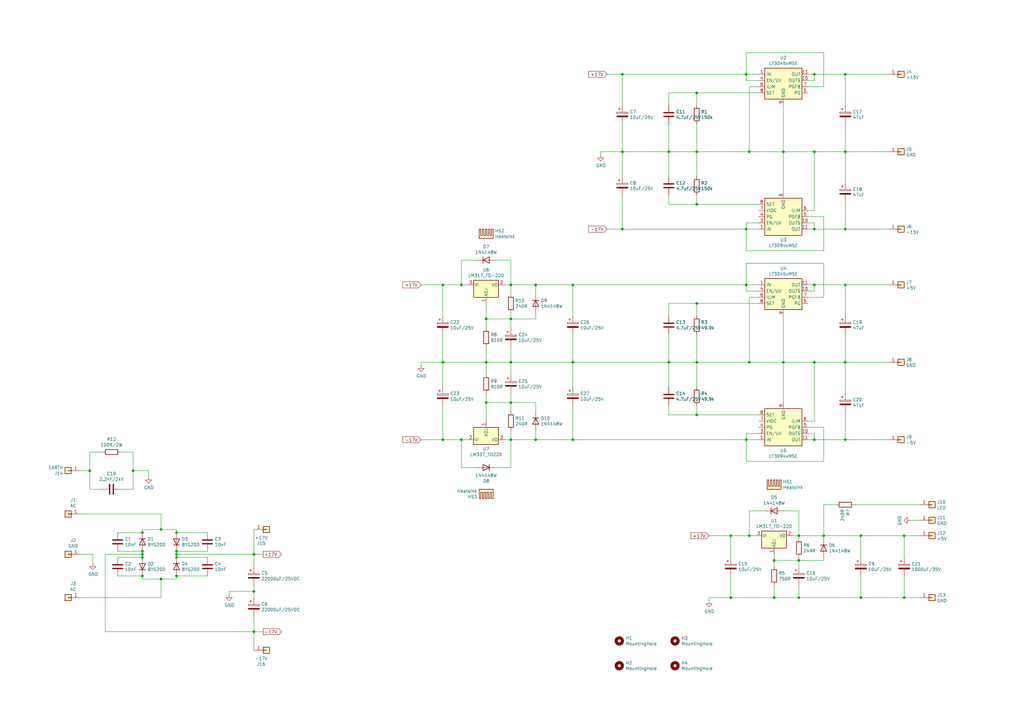
<source format=kicad_sch>
(kicad_sch (version 20211123) (generator eeschema)
  (paper "A3")
  (title_block (title "DAC Power Supply Unit") (date "2021-05-11") (rev "V2"))
  (junction (at 346.71 116.84))
  (junction (at 54.61 193.04))
  (junction (at 181.61 148.59))
  (junction (at 306.07 30.48))
  (junction (at 321.31 148.59))
  (junction (at 285.75 124.46))
  (junction (at 104.14 242.57))
  (junction (at 199.39 148.59))
  (junction (at 58.42 218.44))
  (junction (at 334.01 62.23))
  (junction (at 285.75 62.23))
  (junction (at 189.23 180.34))
  (junction (at 334.01 93.98))
  (junction (at 58.42 226.06))
  (junction (at 299.72 219.71))
  (junction (at 285.75 148.59))
  (junction (at 307.34 148.59))
  (junction (at 334.01 30.48))
  (junction (at 285.75 38.1))
  (junction (at 104.14 259.08))
  (junction (at 58.42 227.33))
  (junction (at 234.95 180.34))
  (junction (at 209.55 165.1))
  (junction (at 307.34 62.23))
  (junction (at 209.55 180.34))
  (junction (at 306.07 180.34))
  (junction (at 199.39 130.81))
  (junction (at 255.27 93.98))
  (junction (at 285.75 170.18))
  (junction (at 317.5 245.11))
  (junction (at 274.32 148.59))
  (junction (at 370.84 245.11))
  (junction (at 72.39 227.33))
  (junction (at 306.07 116.84))
  (junction (at 72.39 236.22))
  (junction (at 181.61 116.84))
  (junction (at 274.32 62.23))
  (junction (at 234.95 148.59))
  (junction (at 199.39 165.1))
  (junction (at 306.07 93.98))
  (junction (at 321.31 62.23))
  (junction (at 255.27 30.48))
  (junction (at 255.27 62.23))
  (junction (at 234.95 116.84))
  (junction (at 219.71 116.84))
  (junction (at 346.71 93.98))
  (junction (at 66.04 237.49))
  (junction (at 219.71 180.34))
  (junction (at 334.01 148.59))
  (junction (at 299.72 245.11))
  (junction (at 36.83 193.04))
  (junction (at 346.71 148.59))
  (junction (at 58.42 236.22))
  (junction (at 104.14 227.33))
  (junction (at 72.39 228.6))
  (junction (at 209.55 116.84))
  (junction (at 209.55 130.81))
  (junction (at 334.01 116.84))
  (junction (at 285.75 83.82))
  (junction (at 346.71 180.34))
  (junction (at 307.34 219.71))
  (junction (at 317.5 229.87))
  (junction (at 327.66 219.71))
  (junction (at 346.71 30.48))
  (junction (at 334.01 180.34))
  (junction (at 72.39 218.44))
  (junction (at 66.04 217.17))
  (junction (at 58.42 228.6))
  (junction (at 346.71 62.23))
  (junction (at 189.23 116.84))
  (junction (at 181.61 180.34))
  (junction (at 353.06 219.71))
  (junction (at 370.84 219.71))
  (junction (at 209.55 148.59))
  (junction (at 327.66 245.11))
  (junction (at 353.06 245.11))
  (junction (at 327.66 229.87))
  (junction (at 337.82 219.71))
  (junction (at 72.39 226.06))
  (wire (pts (xy 209.55 148.59) (xy 234.95 148.59)))
  (wire (pts (xy 199.39 161.29) (xy 199.39 165.1)))
  (wire (pts (xy 189.23 106.68) (xy 189.23 116.84)))
  (wire (pts (xy 172.72 180.34) (xy 181.61 180.34)))
  (wire (pts (xy 248.92 30.48) (xy 255.27 30.48)))
  (wire (pts (xy 327.66 229.87) (xy 327.66 232.41)))
  (wire (pts (xy 337.82 88.9) (xy 337.82 102.87)))
  (wire (pts (xy 346.71 93.98) (xy 364.49 93.98)))
  (wire (pts (xy 327.66 209.55) (xy 321.31 209.55)))
  (wire (pts (xy 307.34 219.71) (xy 309.88 219.71)))
  (wire (pts (xy 199.39 165.1) (xy 209.55 165.1)))
  (wire (pts (xy 306.07 33.02) (xy 306.07 30.48)))
  (wire (pts (xy 285.75 43.18) (xy 285.75 38.1)))
  (wire (pts (xy 334.01 116.84) (xy 331.47 116.84)))
  (wire (pts (xy 285.75 62.23) (xy 307.34 62.23)))
  (wire (pts (xy 325.12 219.71) (xy 327.66 219.71)))
  (wire (pts (xy 246.38 63.5) (xy 246.38 62.23)))
  (wire (pts (xy 317.5 232.41) (xy 317.5 229.87)))
  (wire (pts (xy 334.01 33.02) (xy 334.01 30.48)))
  (wire (pts (xy 313.69 209.55) (xy 307.34 209.55)))
  (wire (pts (xy 353.06 245.11) (xy 370.84 245.11)))
  (wire (pts (xy 307.34 121.92) (xy 307.34 148.59)))
  (wire (pts (xy 72.39 218.44) (xy 72.39 217.17)))
  (wire (pts (xy 33.02 210.82) (xy 66.04 210.82)))
  (wire (pts (xy 209.55 134.62) (xy 209.55 130.81)))
  (wire (pts (xy 181.61 180.34) (xy 189.23 180.34)))
  (wire (pts (xy 219.71 130.81) (xy 209.55 130.81)))
  (wire (pts (xy 331.47 86.36) (xy 334.01 86.36)))
  (wire (pts (xy 285.75 124.46) (xy 311.15 124.46)))
  (wire (pts (xy 285.75 38.1) (xy 311.15 38.1)))
  (wire (pts (xy 306.07 21.59) (xy 306.07 30.48)))
  (wire (pts (xy 209.55 130.81) (xy 209.55 128.27)))
  (wire (pts (xy 255.27 30.48) (xy 255.27 43.18)))
  (wire (pts (xy 181.61 158.75) (xy 181.61 148.59)))
  (wire (pts (xy 58.42 227.33) (xy 43.18 227.33)))
  (wire (pts (xy 209.55 191.77) (xy 209.55 180.34)))
  (wire (pts (xy 311.15 177.8) (xy 306.07 177.8)))
  (wire (pts (xy 377.19 213.36) (xy 373.38 213.36)))
  (wire (pts (xy 334.01 93.98) (xy 346.71 93.98)))
  (wire (pts (xy 306.07 119.38) (xy 306.07 116.84)))
  (wire (pts (xy 172.72 116.84) (xy 181.61 116.84)))
  (wire (pts (xy 317.5 245.11) (xy 327.66 245.11)))
  (wire (pts (xy 66.04 210.82) (xy 66.04 217.17)))
  (wire (pts (xy 285.75 38.1) (xy 274.32 38.1)))
  (wire (pts (xy 181.61 166.37) (xy 181.61 180.34)))
  (wire (pts (xy 234.95 116.84) (xy 306.07 116.84)))
  (wire (pts (xy 346.71 82.55) (xy 346.71 93.98)))
  (wire (pts (xy 346.71 168.91) (xy 346.71 180.34)))
  (wire (pts (xy 72.39 226.06) (xy 85.09 226.06)))
  (wire (pts (xy 72.39 227.33) (xy 104.14 227.33)))
  (wire (pts (xy 331.47 180.34) (xy 334.01 180.34)))
  (wire (pts (xy 33.02 245.11) (xy 66.04 245.11)))
  (wire (pts (xy 317.5 245.11) (xy 317.5 240.03)))
  (wire (pts (xy 337.82 219.71) (xy 337.82 220.98)))
  (wire (pts (xy 209.55 180.34) (xy 219.71 180.34)))
  (wire (pts (xy 307.34 209.55) (xy 307.34 219.71)))
  (wire (pts (xy 285.75 148.59) (xy 307.34 148.59)))
  (wire (pts (xy 274.32 158.75) (xy 274.32 148.59)))
  (wire (pts (xy 353.06 228.6) (xy 353.06 219.71)))
  (wire (pts (xy 219.71 116.84) (xy 234.95 116.84)))
  (wire (pts (xy 104.14 252.73) (xy 104.14 259.08)))
  (wire (pts (xy 255.27 30.48) (xy 306.07 30.48)))
  (wire (pts (xy 285.75 129.54) (xy 285.75 124.46)))
  (wire (pts (xy 189.23 180.34) (xy 191.77 180.34)))
  (wire (pts (xy 36.83 185.42) (xy 41.91 185.42)))
  (wire (pts (xy 311.15 121.92) (xy 307.34 121.92)))
  (wire (pts (xy 48.26 228.6) (xy 58.42 228.6)))
  (wire (pts (xy 311.15 30.48) (xy 306.07 30.48)))
  (wire (pts (xy 85.09 218.44) (xy 72.39 218.44)))
  (wire (pts (xy 93.98 243.84) (xy 93.98 242.57)))
  (wire (pts (xy 317.5 229.87) (xy 327.66 229.87)))
  (wire (pts (xy 234.95 148.59) (xy 274.32 148.59)))
  (wire (pts (xy 189.23 116.84) (xy 191.77 116.84)))
  (wire (pts (xy 311.15 119.38) (xy 306.07 119.38)))
  (wire (pts (xy 306.07 102.87) (xy 306.07 93.98)))
  (wire (pts (xy 337.82 121.92) (xy 337.82 107.95)))
  (wire (pts (xy 104.14 232.41) (xy 104.14 227.33)))
  (wire (pts (xy 248.92 93.98) (xy 255.27 93.98)))
  (wire (pts (xy 299.72 245.11) (xy 299.72 236.22)))
  (wire (pts (xy 209.55 142.24) (xy 209.55 148.59)))
  (wire (pts (xy 285.75 50.8) (xy 285.75 62.23)))
  (wire (pts (xy 43.18 227.33) (xy 43.18 259.08)))
  (wire (pts (xy 299.72 219.71) (xy 307.34 219.71)))
  (wire (pts (xy 334.01 62.23) (xy 346.71 62.23)))
  (wire (pts (xy 337.82 228.6) (xy 337.82 229.87)))
  (wire (pts (xy 48.26 236.22) (xy 58.42 236.22)))
  (wire (pts (xy 337.82 207.01) (xy 342.9 207.01)))
  (wire (pts (xy 306.07 107.95) (xy 306.07 116.84)))
  (wire (pts (xy 327.66 228.6) (xy 327.66 229.87)))
  (wire (pts (xy 36.83 193.04) (xy 36.83 185.42)))
  (wire (pts (xy 331.47 119.38) (xy 334.01 119.38)))
  (wire (pts (xy 255.27 72.39) (xy 255.27 62.23)))
  (wire (pts (xy 307.34 35.56) (xy 307.34 62.23)))
  (wire (pts (xy 255.27 93.98) (xy 306.07 93.98)))
  (wire (pts (xy 207.01 180.34) (xy 209.55 180.34)))
  (wire (pts (xy 104.14 259.08) (xy 104.14 266.7)))
  (wire (pts (xy 334.01 180.34) (xy 346.71 180.34)))
  (wire (pts (xy 33.02 193.04) (xy 36.83 193.04)))
  (wire (pts (xy 285.75 148.59) (xy 274.32 148.59)))
  (wire (pts (xy 255.27 80.01) (xy 255.27 93.98)))
  (wire (pts (xy 199.39 124.46) (xy 199.39 130.81)))
  (wire (pts (xy 58.42 227.33) (xy 58.42 226.06)))
  (wire (pts (xy 219.71 128.27) (xy 219.71 130.81)))
  (wire (pts (xy 306.07 189.23) (xy 306.07 180.34)))
  (wire (pts (xy 321.31 129.54) (xy 321.31 148.59)))
  (wire (pts (xy 370.84 236.22) (xy 370.84 245.11)))
  (wire (pts (xy 285.75 170.18) (xy 311.15 170.18)))
  (wire (pts (xy 274.32 38.1) (xy 274.32 43.18)))
  (wire (pts (xy 72.39 228.6) (xy 72.39 227.33)))
  (wire (pts (xy 346.71 180.34) (xy 364.49 180.34)))
  (wire (pts (xy 60.96 195.58) (xy 60.96 193.04)))
  (wire (pts (xy 274.32 50.8) (xy 274.32 62.23)))
  (wire (pts (xy 377.19 245.11) (xy 370.84 245.11)))
  (wire (pts (xy 317.5 229.87) (xy 317.5 227.33)))
  (wire (pts (xy 285.75 166.37) (xy 285.75 170.18)))
  (wire (pts (xy 331.47 91.44) (xy 334.01 91.44)))
  (wire (pts (xy 54.61 185.42) (xy 49.53 185.42)))
  (wire (pts (xy 274.32 72.39) (xy 274.32 62.23)))
  (wire (pts (xy 285.75 62.23) (xy 274.32 62.23)))
  (wire (pts (xy 207.01 116.84) (xy 209.55 116.84)))
  (wire (pts (xy 337.82 219.71) (xy 337.82 207.01)))
  (wire (pts (xy 172.72 149.86) (xy 172.72 148.59)))
  (wire (pts (xy 337.82 35.56) (xy 337.82 21.59)))
  (wire (pts (xy 104.14 242.57) (xy 104.14 240.03)))
  (wire (pts (xy 195.58 191.77) (xy 189.23 191.77)))
  (wire (pts (xy 199.39 172.72) (xy 199.39 165.1)))
  (wire (pts (xy 307.34 148.59) (xy 321.31 148.59)))
  (wire (pts (xy 321.31 62.23) (xy 334.01 62.23)))
  (wire (pts (xy 364.49 148.59) (xy 346.71 148.59)))
  (wire (pts (xy 72.39 237.49) (xy 72.39 236.22)))
  (wire (pts (xy 306.07 93.98) (xy 311.15 93.98)))
  (wire (pts (xy 274.32 80.01) (xy 274.32 83.82)))
  (wire (pts (xy 353.06 236.22) (xy 353.06 245.11)))
  (wire (pts (xy 66.04 217.17) (xy 58.42 217.17)))
  (wire (pts (xy 346.71 30.48) (xy 334.01 30.48)))
  (wire (pts (xy 274.32 137.16) (xy 274.32 148.59)))
  (wire (pts (xy 219.71 165.1) (xy 219.71 168.91)))
  (wire (pts (xy 337.82 229.87) (xy 327.66 229.87)))
  (wire (pts (xy 331.47 121.92) (xy 337.82 121.92)))
  (wire (pts (xy 337.82 219.71) (xy 353.06 219.71)))
  (wire (pts (xy 290.83 245.11) (xy 299.72 245.11)))
  (wire (pts (xy 255.27 62.23) (xy 255.27 50.8)))
  (wire (pts (xy 49.53 200.66) (xy 54.61 200.66)))
  (wire (pts (xy 327.66 219.71) (xy 327.66 209.55)))
  (wire (pts (xy 195.58 106.68) (xy 189.23 106.68)))
  (wire (pts (xy 331.47 93.98) (xy 334.01 93.98)))
  (wire (pts (xy 337.82 189.23) (xy 306.07 189.23)))
  (wire (pts (xy 350.52 207.01) (xy 377.19 207.01)))
  (wire (pts (xy 346.71 116.84) (xy 346.71 129.54)))
  (wire (pts (xy 364.49 62.23) (xy 346.71 62.23)))
  (wire (pts (xy 285.75 158.75) (xy 285.75 148.59)))
  (wire (pts (xy 334.01 177.8) (xy 334.01 180.34)))
  (wire (pts (xy 85.09 236.22) (xy 72.39 236.22)))
  (wire (pts (xy 72.39 227.33) (xy 72.39 226.06)))
  (wire (pts (xy 327.66 245.11) (xy 327.66 240.03)))
  (wire (pts (xy 327.66 245.11) (xy 353.06 245.11)))
  (wire (pts (xy 181.61 148.59) (xy 199.39 148.59)))
  (wire (pts (xy 321.31 78.74) (xy 321.31 62.23)))
  (wire (pts (xy 290.83 246.38) (xy 290.83 245.11)))
  (wire (pts (xy 331.47 35.56) (xy 337.82 35.56)))
  (wire (pts (xy 199.39 148.59) (xy 209.55 148.59)))
  (wire (pts (xy 38.1 231.14) (xy 38.1 227.33)))
  (wire (pts (xy 290.83 219.71) (xy 299.72 219.71)))
  (wire (pts (xy 246.38 62.23) (xy 255.27 62.23)))
  (wire (pts (xy 346.71 116.84) (xy 334.01 116.84)))
  (wire (pts (xy 346.71 161.29) (xy 346.71 148.59)))
  (wire (pts (xy 274.32 124.46) (xy 274.32 129.54)))
  (wire (pts (xy 346.71 74.93) (xy 346.71 62.23)))
  (wire (pts (xy 331.47 177.8) (xy 334.01 177.8)))
  (wire (pts (xy 337.82 175.26) (xy 337.82 189.23)))
  (wire (pts (xy 346.71 62.23) (xy 346.71 50.8)))
  (wire (pts (xy 58.42 228.6) (xy 58.42 227.33)))
  (wire (pts (xy 209.55 168.91) (xy 209.55 165.1)))
  (wire (pts (xy 285.75 83.82) (xy 274.32 83.82)))
  (wire (pts (xy 38.1 227.33) (xy 33.02 227.33)))
  (wire (pts (xy 203.2 191.77) (xy 209.55 191.77)))
  (wire (pts (xy 299.72 245.11) (xy 317.5 245.11)))
  (wire (pts (xy 285.75 83.82) (xy 311.15 83.82)))
  (wire (pts (xy 255.27 62.23) (xy 274.32 62.23)))
  (wire (pts (xy 54.61 193.04) (xy 54.61 185.42)))
  (wire (pts (xy 306.07 180.34) (xy 311.15 180.34)))
  (wire (pts (xy 285.75 170.18) (xy 274.32 170.18)))
  (wire (pts (xy 334.01 119.38) (xy 334.01 116.84)))
  (wire (pts (xy 209.55 180.34) (xy 209.55 176.53)))
  (wire (pts (xy 107.95 227.33) (xy 104.14 227.33)))
  (wire (pts (xy 58.42 218.44) (xy 48.26 218.44)))
  (wire (pts (xy 321.31 43.18) (xy 321.31 62.23)))
  (wire (pts (xy 181.61 116.84) (xy 181.61 129.54)))
  (wire (pts (xy 181.61 116.84) (xy 189.23 116.84)))
  (wire (pts (xy 285.75 124.46) (xy 274.32 124.46)))
  (wire (pts (xy 346.71 30.48) (xy 346.71 43.18)))
  (wire (pts (xy 274.32 166.37) (xy 274.32 170.18)))
  (wire (pts (xy 199.39 130.81) (xy 199.39 134.62)))
  (wire (pts (xy 107.95 259.08) (xy 104.14 259.08)))
  (wire (pts (xy 209.55 165.1) (xy 209.55 161.29)))
  (wire (pts (xy 337.82 102.87) (xy 306.07 102.87)))
  (wire (pts (xy 234.95 137.16) (xy 234.95 148.59)))
  (wire (pts (xy 43.18 259.08) (xy 104.14 259.08)))
  (wire (pts (xy 234.95 148.59) (xy 234.95 158.75)))
  (wire (pts (xy 370.84 228.6) (xy 370.84 219.71)))
  (wire (pts (xy 327.66 220.98) (xy 327.66 219.71)))
  (wire (pts (xy 104.14 245.11) (xy 104.14 242.57)))
  (wire (pts (xy 209.55 165.1) (xy 219.71 165.1)))
  (wire (pts (xy 209.55 116.84) (xy 219.71 116.84)))
  (wire (pts (xy 209.55 106.68) (xy 203.2 106.68)))
  (wire (pts (xy 66.04 245.11) (xy 66.04 237.49)))
  (wire (pts (xy 209.55 116.84) (xy 209.55 120.65)))
  (wire (pts (xy 58.42 226.06) (xy 48.26 226.06)))
  (wire (pts (xy 66.04 237.49) (xy 72.39 237.49)))
  (wire (pts (xy 321.31 148.59) (xy 334.01 148.59)))
  (wire (pts (xy 209.55 116.84) (xy 209.55 106.68)))
  (wire (pts (xy 346.71 148.59) (xy 346.71 137.16)))
  (wire (pts (xy 353.06 219.71) (xy 370.84 219.71)))
  (wire (pts (xy 285.75 72.39) (xy 285.75 62.23)))
  (wire (pts (xy 93.98 242.57) (xy 104.14 242.57)))
  (wire (pts (xy 219.71 180.34) (xy 234.95 180.34)))
  (wire (pts (xy 199.39 142.24) (xy 199.39 148.59)))
  (wire (pts (xy 85.09 228.6) (xy 72.39 228.6)))
  (wire (pts (xy 306.07 91.44) (xy 306.07 93.98)))
  (wire (pts (xy 331.47 172.72) (xy 334.01 172.72)))
  (wire (pts (xy 219.71 116.84) (xy 219.71 120.65)))
  (wire (pts (xy 311.15 91.44) (xy 306.07 91.44)))
  (wire (pts (xy 364.49 116.84) (xy 346.71 116.84)))
  (wire (pts (xy 58.42 237.49) (xy 66.04 237.49)))
  (wire (pts (xy 36.83 200.66) (xy 36.83 193.04)))
  (wire (pts (xy 209.55 148.59) (xy 209.55 153.67)))
  (wire (pts (xy 234.95 180.34) (xy 306.07 180.34)))
  (wire (pts (xy 219.71 176.53) (xy 219.71 180.34)))
  (wire (pts (xy 334.01 86.36) (xy 334.01 62.23)))
  (wire (pts (xy 334.01 91.44) (xy 334.01 93.98)))
  (wire (pts (xy 234.95 129.54) (xy 234.95 116.84)))
  (wire (pts (xy 199.39 148.59) (xy 199.39 153.67)))
  (wire (pts (xy 189.23 191.77) (xy 189.23 180.34)))
  (wire (pts (xy 172.72 148.59) (xy 181.61 148.59)))
  (wire (pts (xy 337.82 107.95) (xy 306.07 107.95)))
  (wire (pts (xy 60.96 193.04) (xy 54.61 193.04)))
  (wire (pts (xy 311.15 116.84) (xy 306.07 116.84)))
  (wire (pts (xy 58.42 236.22) (xy 58.42 237.49)))
  (wire (pts (xy 41.91 200.66) (xy 36.83 200.66)))
  (wire (pts (xy 337.82 21.59) (xy 306.07 21.59)))
  (wire (pts (xy 334.01 172.72) (xy 334.01 148.59)))
  (wire (pts (xy 285.75 137.16) (xy 285.75 148.59)))
  (wire (pts (xy 311.15 35.56) (xy 307.34 35.56)))
  (wire (pts (xy 299.72 228.6) (xy 299.72 219.71)))
  (wire (pts (xy 311.15 33.02) (xy 306.07 33.02)))
  (wire (pts (xy 234.95 166.37) (xy 234.95 180.34)))
  (wire (pts (xy 307.34 62.23) (xy 321.31 62.23)))
  (wire (pts (xy 334.01 30.48) (xy 331.47 30.48)))
  (wire (pts (xy 334.01 148.59) (xy 346.71 148.59)))
  (wire (pts (xy 331.47 88.9) (xy 337.82 88.9)))
  (wire (pts (xy 72.39 217.17) (xy 66.04 217.17)))
  (wire (pts (xy 181.61 137.16) (xy 181.61 148.59)))
  (wire (pts (xy 327.66 219.71) (xy 337.82 219.71)))
  (wire (pts (xy 209.55 130.81) (xy 199.39 130.81)))
  (wire (pts (xy 54.61 200.66) (xy 54.61 193.04)))
  (wire (pts (xy 306.07 177.8) (xy 306.07 180.34)))
  (wire (pts (xy 58.42 217.17) (xy 58.42 218.44)))
  (wire (pts (xy 364.49 30.48) (xy 346.71 30.48)))
  (wire (pts (xy 331.47 175.26) (xy 337.82 175.26)))
  (wire (pts (xy 104.14 217.17) (xy 104.14 227.33)))
  (wire (pts (xy 285.75 80.01) (xy 285.75 83.82)))
  (wire (pts (xy 370.84 219.71) (xy 377.19 219.71)))
  (wire (pts (xy 321.31 165.1) (xy 321.31 148.59)))
  (wire (pts (xy 331.47 33.02) (xy 334.01 33.02)))
  (global_label "+17V" (shape input) (at 172.72 116.84 180) (property "Intersheet References" "${INTERSHEET_REFS}" (effects hide)))
  (global_label "-17V" (shape input) (at 172.72 180.34 180) (property "Intersheet References" "${INTERSHEET_REFS}" (effects hide)))
  (global_label "-17V" (shape output) (at 107.95 259.08 0) (property "Intersheet References" "${INTERSHEET_REFS}" (effects hide)))
  (global_label "+17V" (shape input) (at 290.83 219.71 180) (property "Intersheet References" "${INTERSHEET_REFS}" (effects hide)))
  (global_label "+17V" (shape output) (at 107.95 227.33 0) (property "Intersheet References" "${INTERSHEET_REFS}" (effects hide)))
  (global_label "+17V" (shape input) (at 248.92 30.48 180) (property "Intersheet References" "${INTERSHEET_REFS}" (effects hide)))
  (global_label "-17V" (shape input) (at 248.92 93.98 180) (property "Intersheet References" "${INTERSHEET_REFS}" (effects hide)))
  (symbol (lib_id "Device:CP") (at 104.14 236.22 0) (unit 1)
    (property "Reference" "C5" (at 107.1372 235.0516 0) (effects (justify left)))
    (property "Value" "22000uF/25VDC" (at 107.1372 237.363 0) (effects (justify left)))
    (property "Footprint" "Capacitor_THT:CP_Radial_D35.0mm_P10.00mm_SnapIn" (effects hide))
    (property "Datasheet" "https://www.nichicon.co.jp/english/products/pdfs/e-lgy.pdf" (effects hide))
    (property "manf#" "LGY1E223MELB45" (effects hide))
  )
  (symbol (lib_id "Regulator_Linear:LM317_TO-220") (at 199.39 116.84 0) (unit 1)
    (property "Reference" "U6" (at 199.39 110.6932 0))
    (property "Value" "LM317_TO-220" (at 199.39 113.0046 0))
    (property "Footprint" "Package_TO_SOT_THT:TO-220-3_Vertical" (effects hide))
    (property "Datasheet" "http://www.ti.com/lit/ds/symlink/lm317.pdf" (effects hide))
    (property "manf#" "LM317T" (effects hide))
  )
  (symbol (lib_id "Device:R") (at 199.39 138.43 0) (unit 1)
    (property "Reference" "R8" (at 201.168 137.2616 0) (effects (justify left)))
    (property "Value" "910R" (at 201.168 139.573 0) (effects (justify left)))
    (property "Footprint" "Resistor_SMD:R_0603_1608Metric_Pad0.98x0.95mm_HandSolder" (effects hide))
    (property "Datasheet" "https://www.yageo.com/upload/media/product/productsearch/datasheet/rchip/PYu-RT_1-to-0.01_RoHS_L_12.pdf" (effects hide))
    (property "manf#" "RT0603FRE07910RL" (effects hide))
  )
  (symbol (lib_id "Device:R") (at 209.55 124.46 0) (unit 1)
    (property "Reference" "R10" (at 211.328 123.2916 0) (effects (justify left)))
    (property "Value" "240R" (at 211.328 125.603 0) (effects (justify left)))
    (property "Footprint" "Resistor_SMD:R_0603_1608Metric_Pad0.98x0.95mm_HandSolder" (effects hide))
    (property "Datasheet" "https://www.yageo.com/upload/media/product/productsearch/datasheet/rchip/PYu-RT_1-to-0.01_RoHS_L_12.pdf" (effects hide))
    (property "manf#" "RT0603FRE07240RL" (effects hide))
  )
  (symbol (lib_id "Diode:1N4007") (at 199.39 106.68 0) (unit 1)
    (property "Reference" "D7" (at 199.39 101.1682 0))
    (property "Value" "1N4148W" (at 199.39 103.4796 0))
    (property "Footprint" "Diode_SMD:D_SOD-123" (effects hide))
    (property "Datasheet" "https://www.diodes.com/assets/Datasheets/ds30086.pdf" (effects hide))
    (property "manf#" "1N4148W-7-F" (effects hide))
  )
  (symbol (lib_id "Diode:1N4007") (at 219.71 124.46 270) (unit 1)
    (property "Reference" "D9" (at 221.742 123.2916 90) (effects (justify left)))
    (property "Value" "1N4148W" (at 221.742 125.603 90) (effects (justify left)))
    (property "Footprint" "Diode_SMD:D_SOD-123" (effects hide))
    (property "Datasheet" "https://www.diodes.com/assets/Datasheets/ds30086.pdf" (effects hide))
    (property "manf#" "1N4148W-7-F" (effects hide))
  )
  (symbol (lib_id "Mechanical:Heatsink") (at 199.39 97.79 0) (unit 1)
    (property "Reference" "HS2" (at 202.9968 94.7166 0) (effects (justify left)))
    (property "Value" "Heatsink" (at 202.9968 97.028 0) (effects (justify left)))
    (property "Footprint" "Heatsink:Heatsink_Fischer_SK104-STC-STIC_35x13mm_2xDrill2.5mm" (effects hide))
    (property "Datasheet" "https://media.digikey.com/pdf/Data%20Sheets/Wakefield%20Thermal%20PDFs/634%20Heat%20Sinks.pdf" (effects hide))
    (property "manf#" "637-15ABPE" (effects hide))
  )
  (symbol (lib_id "Device:CP") (at 181.61 133.35 0) (unit 1)
    (property "Reference" "C22" (at 184.6072 132.1816 0) (effects (justify left)))
    (property "Value" "10uF/25V" (at 184.6072 134.493 0) (effects (justify left)))
    (property "Footprint" "Capacitor_Tantalum_SMD:CP_EIA-3528-21_Kemet-B_Pad1.50x2.35mm_HandSolder" (effects hide))
    (property "Datasheet" "https://datasheets.avx.com/TCJ.pdf" (effects hide))
    (property "manf#" "TCJB106M025R0100" (effects hide))
  )
  (symbol (lib_id "Device:CP") (at 209.55 138.43 0) (unit 1)
    (property "Reference" "C24" (at 212.5472 137.2616 0) (effects (justify left)))
    (property "Value" "10uF/25V" (at 212.5472 139.573 0) (effects (justify left)))
    (property "Footprint" "Capacitor_Tantalum_SMD:CP_EIA-3528-21_Kemet-B_Pad1.50x2.35mm_HandSolder" (effects hide))
    (property "Datasheet" "https://datasheets.avx.com/TCJ.pdf" (effects hide))
    (property "manf#" "TCJB106M025R0100" (effects hide))
  )
  (symbol (lib_id "Device:CP") (at 234.95 133.35 0) (unit 1)
    (property "Reference" "C26" (at 237.9472 132.1816 0) (effects (justify left)))
    (property "Value" "10uF/25V" (at 237.9472 134.493 0) (effects (justify left)))
    (property "Footprint" "Capacitor_Tantalum_SMD:CP_EIA-3528-21_Kemet-B_Pad1.50x2.35mm_HandSolder" (effects hide))
    (property "Datasheet" "https://datasheets.avx.com/TCJ.pdf" (effects hide))
    (property "manf#" "TCJB106M025R0100" (effects hide))
  )
  (symbol (lib_id "power:GND") (at 172.72 149.86 0) (unit 1)
    (property "Reference" "#PWR0105" (effects hide))
    (property "Value" "GND" (at 172.847 154.2542 0))
  )
  (symbol (lib_id "power:GND") (at 93.98 243.84 0) (unit 1)
    (property "Reference" "#PWR0102" (effects hide))
    (property "Value" "GND" (at 94.107 248.2342 0))
  )
  (symbol (lib_id "Device:C") (at 45.72 200.66 270) (unit 1)
    (property "Reference" "C10" (at 45.72 194.2592 90))
    (property "Value" "2.2nF/2kV" (at 45.72 196.5706 90))
    (property "Footprint" "Capacitor_THT:C_Rect_L18.0mm_W5.0mm_P15.00mm_FKS3_FKP3" (effects hide))
    (property "Datasheet" "https://product.tdk.com/info/en/documents/data_sheet/20/20/db/fc_2009/MKP_B32671L_672L.pdf?ref_disty=digikey" (effects hide))
    (property "manf#" "B32672L8222J000" (effects hide))
  )
  (symbol (lib_id "Device:R") (at 45.72 185.42 270) (unit 1)
    (property "Reference" "R12" (at 45.72 180.1622 90))
    (property "Value" "100R/2W" (at 45.72 182.4736 90))
    (property "Footprint" "Resistor_THT:R_Axial_DIN0411_L9.9mm_D3.6mm_P15.24mm_Horizontal" (effects hide))
    (property "Datasheet" "https://www.yageo.com/upload/media/product/products/datasheet/lr/Yageo_LR_FMP_1.pdf" (effects hide))
    (property "manf#" "FMP200JR-52-100R" (effects hide))
  )
  (symbol (lib_id "Connector_Generic:Conn_01x01") (at 27.94 193.04 180) (unit 1)
    (property "Reference" "J14" (at 25.908 194.1068 0) (effects (justify left)))
    (property "Value" "EARTH" (at 25.908 191.7954 0) (effects (justify left)))
    (property "Footprint" "Connector_Pin:Pin_D1.3mm_L11.0mm" (effects hide))
    (property "Datasheet" "https://www.reichelt.com/ch/de/loetnaegel-1-3mm-100-er-pack-rtm-1-3-100-p15319.html?&trstct=pos_0&nbc=1" (effects hide))
  )
  (symbol (lib_id "Device:CP") (at 299.72 232.41 0) (unit 1)
    (property "Reference" "C15" (at 302.7172 231.2416 0) (effects (justify left)))
    (property "Value" "10uF/25V" (at 302.7172 233.553 0) (effects (justify left)))
    (property "Footprint" "Capacitor_Tantalum_SMD:CP_EIA-3528-21_Kemet-B_Pad1.50x2.35mm_HandSolder" (effects hide))
    (property "Datasheet" "https://datasheets.avx.com/TCJ.pdf" (effects hide))
    (property "manf#" "TCJB106M025R0100" (effects hide))
  )
  (symbol (lib_id "Device:R") (at 285.75 46.99 0) (unit 1)
    (property "Reference" "R1" (at 287.528 45.8216 0) (effects (justify left)))
    (property "Value" "150k" (at 287.528 48.133 0) (effects (justify left)))
    (property "Footprint" "Resistor_SMD:R_0603_1608Metric_Pad0.98x0.95mm_HandSolder" (effects hide))
    (property "Datasheet" "https://www.yageo.com/upload/media/product/productsearch/datasheet/rchip/PYu-RT_1-to-0.01_RoHS_L_12.pdf" (effects hide))
    (property "manf#" "RT0603FRE07150KL" (effects hide))
  )
  (symbol (lib_id "Connector_Generic:Conn_01x01") (at 27.94 227.33 180) (unit 1)
    (property "Reference" "J2" (at 30.0228 221.615 0))
    (property "Value" "GND" (at 30.0228 223.9264 0))
    (property "Footprint" "Connector_Pin:Pin_D1.3mm_L11.0mm" (effects hide))
    (property "Datasheet" "https://www.reichelt.com/ch/de/loetnaegel-1-3mm-100-er-pack-rtm-1-3-100-p15319.html?&trstct=pos_0&nbc=1" (effects hide))
  )
  (symbol (lib_id "Connector_Generic:Conn_01x01") (at 27.94 210.82 180) (unit 1)
    (property "Reference" "J1" (at 30.0228 205.105 0))
    (property "Value" "AC" (at 30.0228 207.4164 0))
    (property "Footprint" "Connector_Pin:Pin_D1.3mm_L11.0mm" (effects hide))
    (property "Datasheet" "https://www.reichelt.com/ch/de/loetnaegel-1-3mm-100-er-pack-rtm-1-3-100-p15319.html?&trstct=pos_0&nbc=1" (effects hide))
  )
  (symbol (lib_id "Connector_Generic:Conn_01x01") (at 27.94 245.11 180) (unit 1)
    (property "Reference" "J3" (at 30.0228 239.395 0))
    (property "Value" "AC" (at 30.0228 241.7064 0))
    (property "Footprint" "Connector_Pin:Pin_D1.3mm_L11.0mm" (effects hide))
    (property "Datasheet" "https://www.reichelt.com/ch/de/loetnaegel-1-3mm-100-er-pack-rtm-1-3-100-p15319.html?&trstct=pos_0&nbc=1" (effects hide))
  )
  (symbol (lib_id "power:GND") (at 38.1 231.14 0) (unit 1)
    (property "Reference" "#PWR0101" (effects hide))
    (property "Value" "GND" (at 38.227 235.5342 0))
  )
  (symbol (lib_id "Connector_Generic:Conn_01x01") (at 369.57 62.23 0) (unit 1)
    (property "Reference" "J5" (at 371.602 61.1632 0) (effects (justify left)))
    (property "Value" "GND" (at 371.602 63.4746 0) (effects (justify left)))
    (property "Footprint" "Connector_Pin:Pin_D1.0mm_L10.0mm" (effects hide))
    (property "Datasheet" "https://www.reichelt.com/ch/de/loetnaegel-1mm-100-er-pack-rtm-1-100-p15321.html?search=RTM+1-10&&r=1" (effects hide))
  )
  (symbol (lib_id "Connector_Generic:Conn_01x01") (at 369.57 30.48 0) (unit 1)
    (property "Reference" "J4" (at 371.602 29.4132 0) (effects (justify left)))
    (property "Value" "+15V" (at 371.602 31.7246 0) (effects (justify left)))
    (property "Footprint" "Connector_Pin:Pin_D1.0mm_L10.0mm" (effects hide))
    (property "Datasheet" "https://www.reichelt.com/ch/de/loetnaegel-1mm-100-er-pack-rtm-1-100-p15321.html?search=RTM+1-10&&r=1" (effects hide))
  )
  (symbol (lib_id "Connector_Generic:Conn_01x01") (at 369.57 93.98 0) (unit 1)
    (property "Reference" "J6" (at 371.602 92.9132 0) (effects (justify left)))
    (property "Value" "-15V" (at 371.602 95.2246 0) (effects (justify left)))
    (property "Footprint" "Connector_Pin:Pin_D1.0mm_L10.0mm" (effects hide))
    (property "Datasheet" "https://www.reichelt.com/ch/de/loetnaegel-1mm-100-er-pack-rtm-1-100-p15321.html?search=RTM+1-10&&r=1" (effects hide))
  )
  (symbol (lib_id "Regulator_Linear:LT3045xMSE") (at 321.31 33.02 0) (unit 1)
    (property "Reference" "U2" (at 321.31 23.6982 0))
    (property "Value" "LT3045xMSE" (at 321.31 26.0096 0))
    (property "Footprint" "Package_SO:MSOP-12-1EP_3x4mm_P0.65mm_EP1.65x2.85mm" (effects hide))
    (property "Datasheet" "https://www.analog.com/media/en/technical-documentation/data-sheets/3045fa.pdf" (effects hide))
    (property "manf#" "LT3045EMSE#PBF" (effects hide))
  )
  (symbol (lib_id "Device:R") (at 285.75 76.2 0) (unit 1)
    (property "Reference" "R2" (at 287.528 75.0316 0) (effects (justify left)))
    (property "Value" "150k" (at 287.528 77.343 0) (effects (justify left)))
    (property "Footprint" "Resistor_SMD:R_0603_1608Metric_Pad0.98x0.95mm_HandSolder" (effects hide))
    (property "Datasheet" "https://www.yageo.com/upload/media/product/productsearch/datasheet/rchip/PYu-RT_1-to-0.01_RoHS_L_12.pdf" (effects hide))
    (property "manf#" "RT0603FRE07150KL" (effects hide))
  )
  (symbol (lib_id "Regulator_Linear:LT3094xMSE") (at 321.31 88.9 0) (mirror x) (unit 1)
    (property "Reference" "U3" (at 321.31 98.425 0))
    (property "Value" "LT3094xMSE" (at 321.31 100.7364 0))
    (property "Footprint" "Package_SO:MSOP-12-1EP_3x4mm_P0.65mm_EP1.65x2.85mm" (effects hide))
    (property "Datasheet" "https://www.analog.com/media/en/technical-documentation/data-sheets/LT3094.pdf" (effects hide))
    (property "manf#" "LT3094IMSE#PBF" (effects hide))
  )
  (symbol (lib_id "Device:CP") (at 346.71 46.99 0) (unit 1)
    (property "Reference" "C17" (at 349.7072 45.8216 0) (effects (justify left)))
    (property "Value" "47uF" (at 349.7072 48.133 0) (effects (justify left)))
    (property "Footprint" "Capacitor_Tantalum_SMD:CP_EIA-7343-31_Kemet-D_Pad2.25x2.55mm_HandSolder" (effects hide))
    (property "Datasheet" "https://content.kemet.com/datasheets/KEM_T2076_T52X-530.pdf" (effects hide))
    (property "manf#" "T521D476M025ATE065" (effects hide))
  )
  (symbol (lib_id "Device:CP") (at 346.71 78.74 0) (unit 1)
    (property "Reference" "C18" (at 349.7072 77.5716 0) (effects (justify left)))
    (property "Value" "47uF" (at 349.7072 79.883 0) (effects (justify left)))
    (property "Footprint" "Capacitor_Tantalum_SMD:CP_EIA-7343-31_Kemet-D_Pad2.25x2.55mm_HandSolder" (effects hide))
    (property "Datasheet" "https://content.kemet.com/datasheets/KEM_T2076_T52X-530.pdf" (effects hide))
    (property "manf#" "T521D476M025ATE065" (effects hide))
  )
  (symbol (lib_id "Device:D") (at 58.42 222.25 270) (unit 1)
    (property "Reference" "D1" (at 60.452 221.0816 90) (effects (justify left)))
    (property "Value" "BYG20D" (at 60.452 223.393 90) (effects (justify left)))
    (property "Footprint" "Diode_SMD:D_SMA_Handsoldering" (effects hide))
    (property "Datasheet" "https://www.vishay.com/docs/88958/byg20d.pdf" (effects hide))
    (property "manf#" "BYG20D-E3/TR" (effects hide))
  )
  (symbol (lib_id "Device:D") (at 58.42 232.41 90) (unit 1)
    (property "Reference" "D2" (at 60.452 231.2416 90) (effects (justify right)))
    (property "Value" "BYG20D" (at 60.452 233.553 90) (effects (justify right)))
    (property "Footprint" "Diode_SMD:D_SMA_Handsoldering" (effects hide))
    (property "Datasheet" "https://www.vishay.com/docs/88958/byg20d.pdf" (effects hide))
    (property "manf#" "BYG20D-E3/TR" (effects hide))
  )
  (symbol (lib_id "Device:D") (at 72.39 222.25 90) (unit 1)
    (property "Reference" "D3" (at 74.422 221.0816 90) (effects (justify right)))
    (property "Value" "BYG20D" (at 74.422 223.393 90) (effects (justify right)))
    (property "Footprint" "Diode_SMD:D_SMA_Handsoldering" (effects hide))
    (property "Datasheet" "https://www.vishay.com/docs/88958/byg20d.pdf" (effects hide))
    (property "manf#" "BYG20D-E3/TR" (effects hide))
  )
  (symbol (lib_id "Device:D") (at 72.39 232.41 270) (unit 1)
    (property "Reference" "D4" (at 74.422 231.2416 90) (effects (justify left)))
    (property "Value" "BYG20D" (at 74.422 233.553 90) (effects (justify left)))
    (property "Footprint" "Diode_SMD:D_SMA_Handsoldering" (effects hide))
    (property "Datasheet" "https://www.vishay.com/docs/88958/byg20d.pdf" (effects hide))
    (property "manf#" "BYG20D-E3/TR" (effects hide))
  )
  (symbol (lib_id "Device:C") (at 48.26 222.25 0) (unit 1)
    (property "Reference" "C1" (at 51.181 221.0816 0) (effects (justify left)))
    (property "Value" "10nF" (at 51.181 223.393 0) (effects (justify left)))
    (property "Footprint" "Capacitor_SMD:C_0805_2012Metric_Pad1.18x1.45mm_HandSolder" (effects hide))
    (property "Datasheet" "https://www.samsungsem.com/kr/support/product-search/mlcc/CL21B102KBANNNC.jsp" (effects hide))
    (property "manf#" "CL21B102KBANNNC" (effects hide))
  )
  (symbol (lib_id "Device:C") (at 48.26 232.41 0) (unit 1)
    (property "Reference" "C2" (at 51.181 231.2416 0) (effects (justify left)))
    (property "Value" "10nF" (at 51.181 233.553 0) (effects (justify left)))
    (property "Footprint" "Capacitor_SMD:C_0805_2012Metric_Pad1.18x1.45mm_HandSolder" (effects hide))
    (property "Datasheet" "https://www.samsungsem.com/kr/support/product-search/mlcc/CL21B102KBANNNC.jsp" (effects hide))
    (property "manf#" "CL21B102KBANNNC" (effects hide))
  )
  (symbol (lib_id "Device:C") (at 85.09 222.25 0) (unit 1)
    (property "Reference" "C3" (at 88.011 221.0816 0) (effects (justify left)))
    (property "Value" "10nF" (at 88.011 223.393 0) (effects (justify left)))
    (property "Footprint" "Capacitor_SMD:C_0805_2012Metric_Pad1.18x1.45mm_HandSolder" (effects hide))
    (property "Datasheet" "https://www.samsungsem.com/kr/support/product-search/mlcc/CL21B102KBANNNC.jsp" (effects hide))
    (property "manf#" "CL21B102KBANNNC" (effects hide))
  )
  (symbol (lib_id "Device:C") (at 85.09 232.41 0) (unit 1)
    (property "Reference" "C4" (at 88.011 231.2416 0) (effects (justify left)))
    (property "Value" "10nF" (at 88.011 233.553 0) (effects (justify left)))
    (property "Footprint" "Capacitor_SMD:C_0805_2012Metric_Pad1.18x1.45mm_HandSolder" (effects hide))
    (property "Datasheet" "https://www.samsungsem.com/kr/support/product-search/mlcc/CL21B102KBANNNC.jsp" (effects hide))
    (property "manf#" "CL21B102KBANNNC" (effects hide))
  )
  (symbol (lib_id "Regulator_Linear:LM337_TO220") (at 199.39 180.34 0) (unit 1)
    (property "Reference" "U7" (at 199.39 184.1246 0))
    (property "Value" "LM337_TO220" (at 199.39 186.436 0))
    (property "Footprint" "Package_TO_SOT_THT:TO-220-3_Vertical" (effects hide))
    (property "Datasheet" "http://www.ti.com/lit/ds/symlink/lm337-n.pdf" (effects hide))
    (property "manf#" "LM337T/NOPB" (effects hide))
  )
  (symbol (lib_id "Device:CP") (at 327.66 236.22 0) (unit 1)
    (property "Reference" "C16" (at 330.6572 235.0516 0) (effects (justify left)))
    (property "Value" "10uF/25V" (at 330.6572 237.363 0) (effects (justify left)))
    (property "Footprint" "Capacitor_Tantalum_SMD:CP_EIA-3528-21_Kemet-B_Pad1.50x2.35mm_HandSolder" (effects hide))
    (property "Datasheet" "https://datasheets.avx.com/TCJ.pdf" (effects hide))
    (property "manf#" "TCJB106M025R0100" (effects hide))
  )
  (symbol (lib_id "Mechanical:MountingHole") (at 254 262.89 0) (unit 1)
    (property "Reference" "H1" (at 256.54 261.7216 0) (effects (justify left)))
    (property "Value" "MountingHole" (at 256.54 264.033 0) (effects (justify left)))
    (property "Footprint" "MountingHole:MountingHole_3.2mm_M3" (effects hide))
  )
  (symbol (lib_id "Mechanical:MountingHole") (at 276.86 262.89 0) (unit 1)
    (property "Reference" "H3" (at 279.4 261.7216 0) (effects (justify left)))
    (property "Value" "MountingHole" (at 279.4 264.033 0) (effects (justify left)))
    (property "Footprint" "MountingHole:MountingHole_3.2mm_M3" (effects hide))
  )
  (symbol (lib_id "Mechanical:MountingHole") (at 254 273.05 0) (unit 1)
    (property "Reference" "H2" (at 256.54 271.8816 0) (effects (justify left)))
    (property "Value" "MountingHole" (at 256.54 274.193 0) (effects (justify left)))
    (property "Footprint" "MountingHole:MountingHole_3.2mm_M3" (effects hide))
  )
  (symbol (lib_id "Mechanical:MountingHole") (at 276.86 273.05 0) (unit 1)
    (property "Reference" "H4" (at 279.4 271.8816 0) (effects (justify left)))
    (property "Value" "MountingHole" (at 279.4 274.193 0) (effects (justify left)))
    (property "Footprint" "MountingHole:MountingHole_3.2mm_M3" (effects hide))
  )
  (symbol (lib_id "Device:CP") (at 370.84 232.41 0) (unit 1)
    (property "Reference" "C21" (at 373.8372 231.2416 0) (effects (justify left)))
    (property "Value" "1000uF/35V" (at 373.8372 233.553 0) (effects (justify left)))
    (property "Footprint" "Capacitor_THT:CP_Radial_D12.5mm_P5.00mm" (effects hide))
    (property "Datasheet" "http://www.rubycon.co.jp/en/catalog/e_pdfs/aluminum/e_yxf.pdf" (effects hide))
    (property "manf#" "35YXF1000MEFC12.5X25" (effects hide))
  )
  (symbol (lib_id "Device:CP") (at 104.14 248.92 0) (unit 1)
    (property "Reference" "C6" (at 107.1372 247.7516 0) (effects (justify left)))
    (property "Value" "22000uF/25VDC" (at 107.1372 250.063 0) (effects (justify left)))
    (property "Footprint" "Capacitor_THT:CP_Radial_D35.0mm_P10.00mm_SnapIn" (effects hide))
    (property "Datasheet" "https://www.nichicon.co.jp/english/products/pdfs/e-lgy.pdf" (effects hide))
    (property "manf#" "LGY1E223MELB45" (effects hide))
  )
  (symbol (lib_id "Regulator_Linear:LM317_TO-220") (at 317.5 219.71 0) (unit 1)
    (property "Reference" "U1" (at 317.5 213.5632 0))
    (property "Value" "LM317_TO-220" (at 317.5 215.8746 0))
    (property "Footprint" "Package_TO_SOT_THT:TO-220-3_Vertical" (effects hide))
    (property "Datasheet" "http://www.ti.com/lit/ds/symlink/lm317.pdf" (effects hide))
  )
  (symbol (lib_id "Device:R") (at 317.5 236.22 0) (unit 1)
    (property "Reference" "R5" (at 319.278 235.0516 0) (effects (justify left)))
    (property "Value" "750R" (at 319.278 237.363 0) (effects (justify left)))
    (property "Footprint" "Resistor_SMD:R_0603_1608Metric_Pad0.98x0.95mm_HandSolder" (effects hide))
    (property "Datasheet" "https://www.seielect.com/catalog/sei-rncp.pdf" (effects hide))
    (property "manf#" "RNCP0603FTD750R" (effects hide))
  )
  (symbol (lib_id "Device:R") (at 327.66 224.79 0) (unit 1)
    (property "Reference" "R6" (at 329.438 223.6216 0) (effects (justify left)))
    (property "Value" "249R" (at 329.438 225.933 0) (effects (justify left)))
    (property "Footprint" "Resistor_SMD:R_0603_1608Metric_Pad0.98x0.95mm_HandSolder" (effects hide))
    (property "Datasheet" "https://www.yageo.com/upload/media/product/productsearch/datasheet/rchip/PYu-RT_1-to-0.01_RoHS_L_12.pdf" (effects hide))
    (property "manf#" "RT0603FRE07249RL" (effects hide))
  )
  (symbol (lib_id "Diode:1N4007") (at 317.5 209.55 0) (unit 1)
    (property "Reference" "D5" (at 317.5 204.0382 0))
    (property "Value" "1N4148W" (at 317.5 206.3496 0))
    (property "Footprint" "Diode_SMD:D_SOD-123" (effects hide))
    (property "Datasheet" "https://www.diodes.com/assets/Datasheets/ds30086.pdf" (effects hide))
    (property "manf#" "1N4148W-7-F" (effects hide))
  )
  (symbol (lib_id "Diode:1N4007") (at 337.82 224.79 270) (unit 1)
    (property "Reference" "D6" (at 339.852 223.6216 90) (effects (justify left)))
    (property "Value" "1N4148W" (at 339.852 225.933 90) (effects (justify left)))
    (property "Footprint" "Diode_SMD:D_SOD-123" (effects hide))
    (property "Datasheet" "https://www.diodes.com/assets/Datasheets/ds30086.pdf" (effects hide))
    (property "manf#" "1N4148W-7-F" (effects hide))
  )
  (symbol (lib_id "Connector_Generic:Conn_01x01") (at 382.27 245.11 0) (unit 1)
    (property "Reference" "J13" (at 384.302 244.0432 0) (effects (justify left)))
    (property "Value" "GND" (at 384.302 246.3546 0) (effects (justify left)))
    (property "Footprint" "Connector_Pin:Pin_D1.0mm_L10.0mm" (effects hide))
    (property "Datasheet" "https://www.reichelt.com/ch/de/loetnaegel-1mm-100-er-pack-rtm-1-100-p15321.html?search=RTM+1-10&&r=1" (effects hide))
  )
  (symbol (lib_id "Connector_Generic:Conn_01x01") (at 382.27 219.71 0) (unit 1)
    (property "Reference" "J12" (at 384.302 218.6432 0) (effects (justify left)))
    (property "Value" "+5V" (at 384.302 220.9546 0) (effects (justify left)))
    (property "Footprint" "Connector_Pin:Pin_D1.0mm_L10.0mm" (effects hide))
    (property "Datasheet" "https://www.reichelt.com/ch/de/loetnaegel-1mm-100-er-pack-rtm-1-100-p15321.html?search=RTM+1-10&&r=1" (effects hide))
  )
  (symbol (lib_id "Mechanical:Heatsink") (at 317.5 200.66 0) (unit 1)
    (property "Reference" "HS1" (at 321.1068 197.5866 0) (effects (justify left)))
    (property "Value" "Heatsink" (at 321.1068 199.898 0) (effects (justify left)))
    (property "Footprint" "Heatsink:Heatsink_Fischer_SK104-STC-STIC_35x13mm_2xDrill2.5mm" (effects hide))
    (property "Datasheet" "https://media.digikey.com/pdf/Data%20Sheets/Wakefield%20Thermal%20PDFs/634%20Heat%20Sinks.pdf" (effects hide))
    (property "manf#" "637-15ABPE" (effects hide))
  )
  (symbol (lib_id "Device:R") (at 285.75 133.35 0) (unit 1)
    (property "Reference" "R3" (at 287.528 132.1816 0) (effects (justify left)))
    (property "Value" "49.9k" (at 287.528 134.493 0) (effects (justify left)))
    (property "Footprint" "Resistor_SMD:R_0603_1608Metric_Pad0.98x0.95mm_HandSolder" (effects hide))
    (property "Datasheet" "https://www.vishay.com/docs/28705/mcx0x0xpro.pdf" (effects hide))
    (property "manf#" "MCT06030C4992FP500" (effects hide))
  )
  (symbol (lib_id "Connector_Generic:Conn_01x01") (at 369.57 148.59 0) (unit 1)
    (property "Reference" "J8" (at 371.602 147.5232 0) (effects (justify left)))
    (property "Value" "GND" (at 371.602 149.8346 0) (effects (justify left)))
    (property "Footprint" "Connector_Pin:Pin_D1.0mm_L10.0mm" (effects hide))
    (property "Datasheet" "https://www.reichelt.com/ch/de/loetnaegel-1mm-100-er-pack-rtm-1-100-p15321.html?search=RTM+1-10&&r=1" (effects hide))
  )
  (symbol (lib_id "Connector_Generic:Conn_01x01") (at 369.57 116.84 0) (unit 1)
    (property "Reference" "J7" (at 371.602 115.7732 0) (effects (justify left)))
    (property "Value" "+5V" (at 371.602 118.0846 0) (effects (justify left)))
    (property "Footprint" "Connector_Pin:Pin_D1.0mm_L10.0mm" (effects hide))
    (property "Datasheet" "https://www.reichelt.com/ch/de/loetnaegel-1mm-100-er-pack-rtm-1-100-p15321.html?search=RTM+1-10&&r=1" (effects hide))
  )
  (symbol (lib_id "Connector_Generic:Conn_01x01") (at 369.57 180.34 0) (unit 1)
    (property "Reference" "J9" (at 371.602 179.2732 0) (effects (justify left)))
    (property "Value" "-5V" (at 371.602 181.5846 0) (effects (justify left)))
    (property "Footprint" "Connector_Pin:Pin_D1.0mm_L10.0mm" (effects hide))
    (property "Datasheet" "https://www.reichelt.com/ch/de/loetnaegel-1mm-100-er-pack-rtm-1-100-p15321.html?search=RTM+1-10&&r=1" (effects hide))
  )
  (symbol (lib_id "Regulator_Linear:LT3045xMSE") (at 321.31 119.38 0) (unit 1)
    (property "Reference" "U4" (at 321.31 110.0582 0))
    (property "Value" "LT3045xMSE" (at 321.31 112.3696 0))
    (property "Footprint" "Package_SO:MSOP-12-1EP_3x4mm_P0.65mm_EP1.65x2.85mm" (effects hide))
    (property "Datasheet" "https://www.analog.com/media/en/technical-documentation/data-sheets/3045fa.pdf" (effects hide))
    (property "manf#" "LT3045EMSE#PBF" (effects hide))
  )
  (symbol (lib_id "Device:R") (at 285.75 162.56 0) (unit 1)
    (property "Reference" "R4" (at 287.528 161.3916 0) (effects (justify left)))
    (property "Value" "49.9k" (at 287.528 163.703 0) (effects (justify left)))
    (property "Footprint" "Resistor_SMD:R_0603_1608Metric_Pad0.98x0.95mm_HandSolder" (effects hide))
    (property "Datasheet" "https://www.vishay.com/docs/28705/mcx0x0xpro.pdf" (effects hide))
    (property "manf#" "MCT06030C4992FP500" (effects hide))
  )
  (symbol (lib_id "Regulator_Linear:LT3094xMSE") (at 321.31 175.26 0) (mirror x) (unit 1)
    (property "Reference" "U5" (at 321.31 184.785 0))
    (property "Value" "LT3094xMSE" (at 321.31 187.0964 0))
    (property "Footprint" "Package_SO:MSOP-12-1EP_3x4mm_P0.65mm_EP1.65x2.85mm" (effects hide))
    (property "Datasheet" "https://www.analog.com/media/en/technical-documentation/data-sheets/LT3094.pdf" (effects hide))
    (property "manf#" "LT3094IMSE#PBF" (effects hide))
  )
  (symbol (lib_id "Device:CP") (at 346.71 133.35 0) (unit 1)
    (property "Reference" "C19" (at 349.7072 132.1816 0) (effects (justify left)))
    (property "Value" "47uF" (at 349.7072 134.493 0) (effects (justify left)))
    (property "Footprint" "Capacitor_Tantalum_SMD:CP_EIA-7343-31_Kemet-D_Pad2.25x2.55mm_HandSolder" (effects hide))
    (property "Datasheet" "https://content.kemet.com/datasheets/KEM_T2076_T52X-530.pdf" (effects hide))
    (property "manf#" "T521D476M025ATE065" (effects hide))
  )
  (symbol (lib_id "Device:CP") (at 346.71 165.1 0) (unit 1)
    (property "Reference" "C20" (at 349.7072 163.9316 0) (effects (justify left)))
    (property "Value" "47uF" (at 349.7072 166.243 0) (effects (justify left)))
    (property "Footprint" "Capacitor_Tantalum_SMD:CP_EIA-7343-31_Kemet-D_Pad2.25x2.55mm_HandSolder" (effects hide))
    (property "Datasheet" "https://content.kemet.com/datasheets/KEM_T2076_T52X-530.pdf" (effects hide))
    (property "manf#" "T521D476M025ATE065" (effects hide))
  )
  (symbol (lib_id "Device:R") (at 346.71 207.01 270) (unit 1)
    (property "Reference" "R7" (at 347.8784 208.788 0) (effects (justify left)))
    (property "Value" "240R" (at 345.567 208.788 0) (effects (justify left)))
    (property "Footprint" "Resistor_SMD:R_0603_1608Metric_Pad0.98x0.95mm_HandSolder" (effects hide))
    (property "Datasheet" "https://www.yageo.com/upload/media/product/productsearch/datasheet/rchip/PYu-RT_1-to-0.01_RoHS_L_12.pdf" (effects hide))
    (property "manf#" "RT0603FRE07240RL" (effects hide))
  )
  (symbol (lib_id "Connector_Generic:Conn_01x01") (at 382.27 207.01 0) (unit 1)
    (property "Reference" "J10" (at 384.302 205.9432 0) (effects (justify left)))
    (property "Value" "LED" (at 384.302 208.2546 0) (effects (justify left)))
    (property "Footprint" "Connector_Pin:Pin_D1.0mm_L10.0mm" (effects hide))
    (property "Datasheet" "https://www.reichelt.com/ch/de/loetnaegel-1mm-100-er-pack-rtm-1-100-p15321.html?search=RTM+1-10&&r=1" (effects hide))
  )
  (symbol (lib_id "Connector_Generic:Conn_01x01") (at 382.27 213.36 0) (unit 1)
    (property "Reference" "J11" (at 384.302 212.2932 0) (effects (justify left)))
    (property "Value" "GND" (at 384.302 214.6046 0) (effects (justify left)))
    (property "Footprint" "Connector_Pin:Pin_D1.0mm_L10.0mm" (effects hide))
    (property "Datasheet" "https://www.reichelt.com/ch/de/loetnaegel-1mm-100-er-pack-rtm-1-100-p15321.html?search=RTM+1-10&&r=1" (effects hide))
  )
  (symbol (lib_id "power:GND") (at 373.38 213.36 270) (unit 1)
    (property "Reference" "#PWR0103" (effects hide))
    (property "Value" "GND" (at 368.9858 213.487 0))
  )
  (symbol (lib_id "power:GND") (at 290.83 246.38 0) (unit 1)
    (property "Reference" "#PWR0104" (effects hide))
    (property "Value" "GND" (at 290.957 250.7742 0))
  )
  (symbol (lib_id "Diode:1N4007") (at 199.39 191.77 180) (unit 1)
    (property "Reference" "D8" (at 199.39 197.2818 0))
    (property "Value" "1N4148W" (at 199.39 194.9704 0))
    (property "Footprint" "Diode_SMD:D_SOD-123" (effects hide))
    (property "Datasheet" "https://www.diodes.com/assets/Datasheets/ds30086.pdf" (effects hide))
    (property "manf#" "1N4148W-7-F" (effects hide))
  )
  (symbol (lib_id "Device:CP") (at 181.61 162.56 0) (unit 1)
    (property "Reference" "C23" (at 184.6072 161.3916 0) (effects (justify left)))
    (property "Value" "10uF/25V" (at 184.6072 163.703 0) (effects (justify left)))
    (property "Footprint" "Capacitor_Tantalum_SMD:CP_EIA-3528-21_Kemet-B_Pad1.50x2.35mm_HandSolder" (effects hide))
    (property "Datasheet" "https://datasheets.avx.com/TCJ.pdf" (effects hide))
    (property "manf#" "TCJB106M025R0100" (effects hide))
  )
  (symbol (lib_id "Diode:1N4007") (at 219.71 172.72 270) (unit 1)
    (property "Reference" "D10" (at 221.742 171.5516 90) (effects (justify left)))
    (property "Value" "1N4148W" (at 221.742 173.863 90) (effects (justify left)))
    (property "Footprint" "Diode_SMD:D_SOD-123" (effects hide))
    (property "Datasheet" "https://www.diodes.com/assets/Datasheets/ds30086.pdf" (effects hide))
    (property "manf#" "1N4148W-7-F" (effects hide))
  )
  (symbol (lib_id "Mechanical:Heatsink") (at 199.39 200.66 180) (unit 1)
    (property "Reference" "HS3" (at 195.7832 203.7334 0) (effects (justify left)))
    (property "Value" "Heatsink" (at 195.7832 201.422 0) (effects (justify left)))
    (property "Footprint" "Heatsink:Heatsink_Fischer_SK104-STC-STIC_35x13mm_2xDrill2.5mm" (effects hide))
    (property "Datasheet" "https://media.digikey.com/pdf/Data%20Sheets/Wakefield%20Thermal%20PDFs/634%20Heat%20Sinks.pdf" (effects hide))
    (property "manf#" "637-15ABPE" (effects hide))
  )
  (symbol (lib_id "Device:R") (at 209.55 172.72 0) (unit 1)
    (property "Reference" "R11" (at 211.328 171.5516 0) (effects (justify left)))
    (property "Value" "240R" (at 211.328 173.863 0) (effects (justify left)))
    (property "Footprint" "Resistor_SMD:R_0603_1608Metric_Pad0.98x0.95mm_HandSolder" (effects hide))
    (property "Datasheet" "https://www.yageo.com/upload/media/product/productsearch/datasheet/rchip/PYu-RT_1-to-0.01_RoHS_L_12.pdf" (effects hide))
    (property "manf#" "RT0603FRE07240RL" (effects hide))
  )
  (symbol (lib_id "Device:R") (at 199.39 157.48 0) (unit 1)
    (property "Reference" "R9" (at 201.168 156.3116 0) (effects (justify left)))
    (property "Value" "910R" (at 201.168 158.623 0) (effects (justify left)))
    (property "Footprint" "Resistor_SMD:R_0603_1608Metric_Pad0.98x0.95mm_HandSolder" (effects hide))
    (property "Datasheet" "https://www.yageo.com/upload/media/product/productsearch/datasheet/rchip/PYu-RT_1-to-0.01_RoHS_L_12.pdf" (effects hide))
    (property "manf#" "RT0603FRE07910RL" (effects hide))
  )
  (symbol (lib_id "Device:CP") (at 209.55 157.48 0) (unit 1)
    (property "Reference" "C25" (at 212.5472 156.3116 0) (effects (justify left)))
    (property "Value" "10uF/25V" (at 212.5472 158.623 0) (effects (justify left)))
    (property "Footprint" "Capacitor_Tantalum_SMD:CP_EIA-3528-21_Kemet-B_Pad1.50x2.35mm_HandSolder" (effects hide))
    (property "Datasheet" "https://datasheets.avx.com/TCJ.pdf" (effects hide))
    (property "manf#" "TCJB106M025R0100" (effects hide))
  )
  (symbol (lib_id "Device:CP") (at 234.95 162.56 0) (unit 1)
    (property "Reference" "C27" (at 237.9472 161.3916 0) (effects (justify left)))
    (property "Value" "10uF/25V" (at 237.9472 163.703 0) (effects (justify left)))
    (property "Footprint" "Capacitor_Tantalum_SMD:CP_EIA-3528-21_Kemet-B_Pad1.50x2.35mm_HandSolder" (effects hide))
    (property "Datasheet" "https://datasheets.avx.com/TCJ.pdf" (effects hide))
    (property "manf#" "TCJB106M025R0100" (effects hide))
  )
  (symbol (lib_id "Device:CP") (at 255.27 46.99 0) (unit 1)
    (property "Reference" "C7" (at 258.2672 45.8216 0) (effects (justify left)))
    (property "Value" "10uF/25V" (at 258.2672 48.133 0) (effects (justify left)))
    (property "Footprint" "Capacitor_Tantalum_SMD:CP_EIA-3528-21_Kemet-B_Pad1.50x2.35mm_HandSolder" (effects hide))
    (property "Datasheet" "https://datasheets.avx.com/TCJ.pdf" (effects hide))
    (property "manf#" "TCJB106M025R0100" (effects hide))
  )
  (symbol (lib_id "Device:CP") (at 255.27 76.2 0) (unit 1)
    (property "Reference" "C8" (at 258.2672 75.0316 0) (effects (justify left)))
    (property "Value" "10uF/25V" (at 258.2672 77.343 0) (effects (justify left)))
    (property "Footprint" "Capacitor_Tantalum_SMD:CP_EIA-3528-21_Kemet-B_Pad1.50x2.35mm_HandSolder" (effects hide))
    (property "Datasheet" "https://datasheets.avx.com/TCJ.pdf" (effects hide))
    (property "manf#" "TCJB106M025R0100" (effects hide))
  )
  (symbol (lib_id "Device:CP") (at 353.06 232.41 0) (unit 1)
    (property "Reference" "C9" (at 356.0572 231.2416 0) (effects (justify left)))
    (property "Value" "10uF/25V" (at 356.0572 233.553 0) (effects (justify left)))
    (property "Footprint" "Capacitor_Tantalum_SMD:CP_EIA-3528-21_Kemet-B_Pad1.50x2.35mm_HandSolder" (effects hide))
    (property "Datasheet" "https://datasheets.avx.com/TCJ.pdf" (effects hide))
    (property "manf#" "TCJB106M025R0100" (effects hide))
  )
  (symbol (lib_id "power:GND") (at 60.96 195.58 0) (unit 1)
    (property "Reference" "#PWR0106" (effects hide))
    (property "Value" "GND" (at 61.087 199.9742 0))
  )
  (symbol (lib_id "power:GND") (at 246.38 63.5 0) (unit 1)
    (property "Reference" "#PWR0107" (effects hide))
    (property "Value" "GND" (at 246.507 67.8942 0))
  )
  (symbol (lib_id "Device:C") (at 274.32 46.99 0) (unit 1)
    (property "Reference" "C11" (at 277.241 45.8216 0) (effects (justify left)))
    (property "Value" "4.7uF/25V" (at 277.241 48.133 0) (effects (justify left)))
    (property "Footprint" "Capacitor_SMD:C_1206_3216Metric_Pad1.33x1.80mm_HandSolder" (effects hide))
    (property "Datasheet" "https://api.kemet.com/component-edge/download/datasheet/C1206C475K3RACTU.pdf" (effects hide))
    (property "manf#" "C1206C475K3RACTU" (effects hide))
  )
  (symbol (lib_id "Device:C") (at 274.32 76.2 0) (unit 1)
    (property "Reference" "C12" (at 277.241 75.0316 0) (effects (justify left)))
    (property "Value" "4.7uF/25V" (at 277.241 77.343 0) (effects (justify left)))
    (property "Footprint" "Capacitor_SMD:C_1206_3216Metric_Pad1.33x1.80mm_HandSolder" (effects hide))
    (property "Datasheet" "https://api.kemet.com/component-edge/download/datasheet/C1206C475K3RACTU.pdf" (effects hide))
    (property "manf#" "C1206C475K3RACTU" (effects hide))
  )
  (symbol (lib_id "Device:C") (at 274.32 133.35 0) (unit 1)
    (property "Reference" "C13" (at 277.241 132.1816 0) (effects (justify left)))
    (property "Value" "4.7uF/25V" (at 277.241 134.493 0) (effects (justify left)))
    (property "Footprint" "Capacitor_SMD:C_1206_3216Metric_Pad1.33x1.80mm_HandSolder" (effects hide))
    (property "Datasheet" "https://api.kemet.com/component-edge/download/datasheet/C1206C475K3RACTU.pdf" (effects hide))
    (property "manf#" "C1206C475K3RACTU" (effects hide))
  )
  (symbol (lib_id "Device:C") (at 274.32 162.56 0) (unit 1)
    (property "Reference" "C14" (at 277.241 161.3916 0) (effects (justify left)))
    (property "Value" "4.7uF/25V" (at 277.241 163.703 0) (effects (justify left)))
    (property "Footprint" "Capacitor_SMD:C_1206_3216Metric_Pad1.33x1.80mm_HandSolder" (effects hide))
    (property "Datasheet" "https://api.kemet.com/component-edge/download/datasheet/C1206C475K3RACTU.pdf" (effects hide))
    (property "manf#" "C1206C475K3RACTU" (effects hide))
  )
  (symbol (lib_id "Connector_Generic:Conn_01x01") (at 109.22 217.17 0) (unit 1)
    (property "Reference" "J15" (at 107.1372 222.885 0))
    (property "Value" "+17V" (at 107.1372 220.5736 0))
    (property "Footprint" "Connector_Pin:Pin_D1.3mm_L11.0mm" (effects hide))
    (property "Datasheet" "https://www.reichelt.com/ch/de/loetnaegel-1-3mm-100-er-pack-rtm-1-3-100-p15319.html?&trstct=pos_0&nbc=1" (effects hide))
  )
  (symbol (lib_id "Connector_Generic:Conn_01x01") (at 109.22 266.7 0) (unit 1)
    (property "Reference" "J16" (at 107.1372 272.415 0))
    (property "Value" "-17V" (at 107.1372 270.1036 0))
    (property "Footprint" "Connector_Pin:Pin_D1.3mm_L11.0mm" (effects hide))
    (property "Datasheet" "https://www.reichelt.com/ch/de/loetnaegel-1-3mm-100-er-pack-rtm-1-3-100-p15319.html?&trstct=pos_0&nbc=1" (effects hide))
  )
)
</source>
